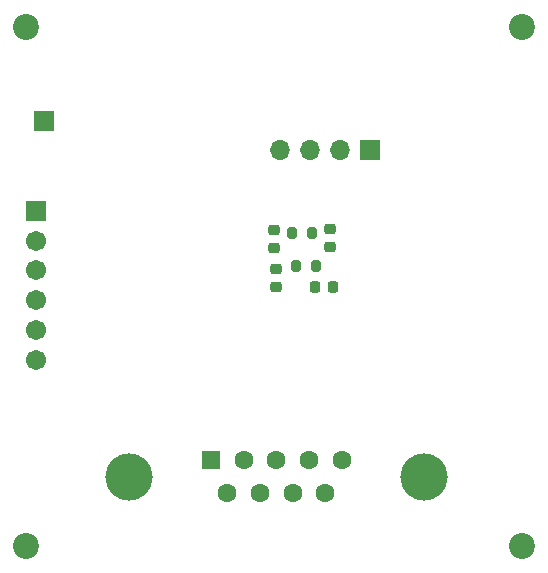
<source format=gbs>
G04 #@! TF.GenerationSoftware,KiCad,Pcbnew,7.0.7-7.0.7~ubuntu22.04.1*
G04 #@! TF.CreationDate,2023-09-20T09:52:15-03:00*
G04 #@! TF.ProjectId,CTB-02,4354422d-3032-42e6-9b69-6361645f7063,rev?*
G04 #@! TF.SameCoordinates,Original*
G04 #@! TF.FileFunction,Soldermask,Bot*
G04 #@! TF.FilePolarity,Negative*
%FSLAX46Y46*%
G04 Gerber Fmt 4.6, Leading zero omitted, Abs format (unit mm)*
G04 Created by KiCad (PCBNEW 7.0.7-7.0.7~ubuntu22.04.1) date 2023-09-20 09:52:15*
%MOMM*%
%LPD*%
G01*
G04 APERTURE LIST*
G04 Aperture macros list*
%AMRoundRect*
0 Rectangle with rounded corners*
0 $1 Rounding radius*
0 $2 $3 $4 $5 $6 $7 $8 $9 X,Y pos of 4 corners*
0 Add a 4 corners polygon primitive as box body*
4,1,4,$2,$3,$4,$5,$6,$7,$8,$9,$2,$3,0*
0 Add four circle primitives for the rounded corners*
1,1,$1+$1,$2,$3*
1,1,$1+$1,$4,$5*
1,1,$1+$1,$6,$7*
1,1,$1+$1,$8,$9*
0 Add four rect primitives between the rounded corners*
20,1,$1+$1,$2,$3,$4,$5,0*
20,1,$1+$1,$4,$5,$6,$7,0*
20,1,$1+$1,$6,$7,$8,$9,0*
20,1,$1+$1,$8,$9,$2,$3,0*%
G04 Aperture macros list end*
%ADD10RoundRect,0.102000X-0.754000X0.754000X-0.754000X-0.754000X0.754000X-0.754000X0.754000X0.754000X0*%
%ADD11C,1.712000*%
%ADD12C,2.200000*%
%ADD13R,1.700000X1.700000*%
%ADD14O,1.700000X1.700000*%
%ADD15C,4.000000*%
%ADD16R,1.600000X1.600000*%
%ADD17C,1.600000*%
%ADD18RoundRect,0.225000X-0.250000X0.225000X-0.250000X-0.225000X0.250000X-0.225000X0.250000X0.225000X0*%
%ADD19RoundRect,0.225000X0.225000X0.250000X-0.225000X0.250000X-0.225000X-0.250000X0.225000X-0.250000X0*%
%ADD20RoundRect,0.200000X-0.200000X-0.275000X0.200000X-0.275000X0.200000X0.275000X-0.200000X0.275000X0*%
%ADD21RoundRect,0.200000X0.200000X0.275000X-0.200000X0.275000X-0.200000X-0.275000X0.200000X-0.275000X0*%
%ADD22RoundRect,0.225000X0.250000X-0.225000X0.250000X0.225000X-0.250000X0.225000X-0.250000X-0.225000X0*%
G04 APERTURE END LIST*
D10*
X129650000Y-83625000D03*
D11*
X129650000Y-86125000D03*
X129650000Y-88625000D03*
X129650000Y-91165000D03*
X129650000Y-93705000D03*
X129650000Y-96245000D03*
D12*
X128800000Y-112000000D03*
X170800000Y-112000000D03*
D13*
X130300000Y-75950000D03*
X157900000Y-78400000D03*
D14*
X155360000Y-78400000D03*
X152820000Y-78400000D03*
X150280000Y-78400000D03*
D12*
X170800000Y-68000000D03*
D15*
X137490000Y-106089669D03*
X162490000Y-106089669D03*
D16*
X144450000Y-104669669D03*
D17*
X147220000Y-104669669D03*
X149990000Y-104669669D03*
X152760000Y-104669669D03*
X155530000Y-104669669D03*
X145835000Y-107509669D03*
X148605000Y-107509669D03*
X151375000Y-107509669D03*
X154145000Y-107509669D03*
D12*
X128800000Y-68000000D03*
D18*
X154500000Y-85125000D03*
X154500000Y-86675000D03*
D19*
X154775000Y-90000000D03*
X153225000Y-90000000D03*
D20*
X151675000Y-88250000D03*
X153325000Y-88250000D03*
D18*
X149800000Y-85225000D03*
X149800000Y-86775000D03*
D21*
X152975000Y-85500000D03*
X151325000Y-85500000D03*
D22*
X150000000Y-90075000D03*
X150000000Y-88525000D03*
M02*

</source>
